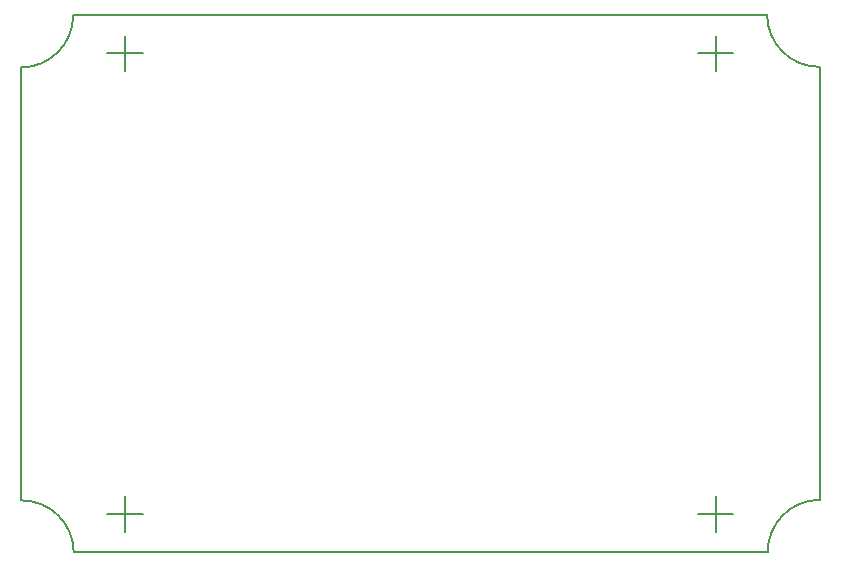
<source format=gm1>
G04*
G04 #@! TF.GenerationSoftware,Altium Limited,Altium Designer,22.6.1 (34)*
G04*
G04 Layer_Color=16711935*
%FSLAX44Y44*%
%MOMM*%
G71*
G04*
G04 #@! TF.SameCoordinates,A0D8632A-B648-4B75-ABCE-4127253DC59C*
G04*
G04*
G04 #@! TF.FilePolarity,Positive*
G04*
G01*
G75*
%ADD13C,0.2000*%
D13*
X631500Y455000D02*
G03*
X676000Y411000I44250J250D01*
G01*
Y44500D02*
G03*
X632000Y0I250J-44250D01*
G01*
X0Y410500D02*
G03*
X44000Y455000I-250J44250D01*
G01*
X44500Y0D02*
G03*
X0Y44000I-44250J-250D01*
G01*
X-0D02*
X0Y410500D01*
X44000Y455000D02*
X631500Y455000D01*
X676000Y411000D02*
X676000Y44500D01*
X44500Y-0D02*
X632000D01*
X88000Y407500D02*
Y437500D01*
X73000Y422500D02*
X103000D01*
X588000Y407500D02*
Y437500D01*
X573000Y422500D02*
X603000D01*
X588000Y17500D02*
Y47500D01*
X573000Y32500D02*
X603000D01*
X73000D02*
X103000D01*
X88000Y17500D02*
Y47500D01*
M02*

</source>
